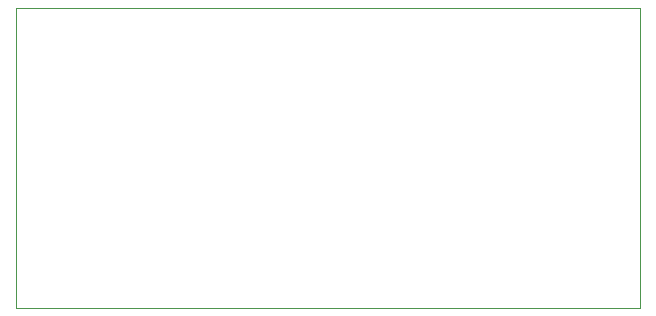
<source format=gbr>
G04 EasyPC Gerber Version 21.0.3 Build 4286 *
G04 #@! TF.Part,Single*
G04 #@! TF.FileFunction,Other,Controller - Documentation *
G04 #@! TF.FilePolarity,Positive *
%FSLAX35Y35*%
%MOIN*%
%ADD18C,0.00394*%
X0Y0D02*
D02*
D18*
X269502Y408281D02*
X477376D01*
Y308321*
X269502*
Y408281*
X0Y0D02*
M02*

</source>
